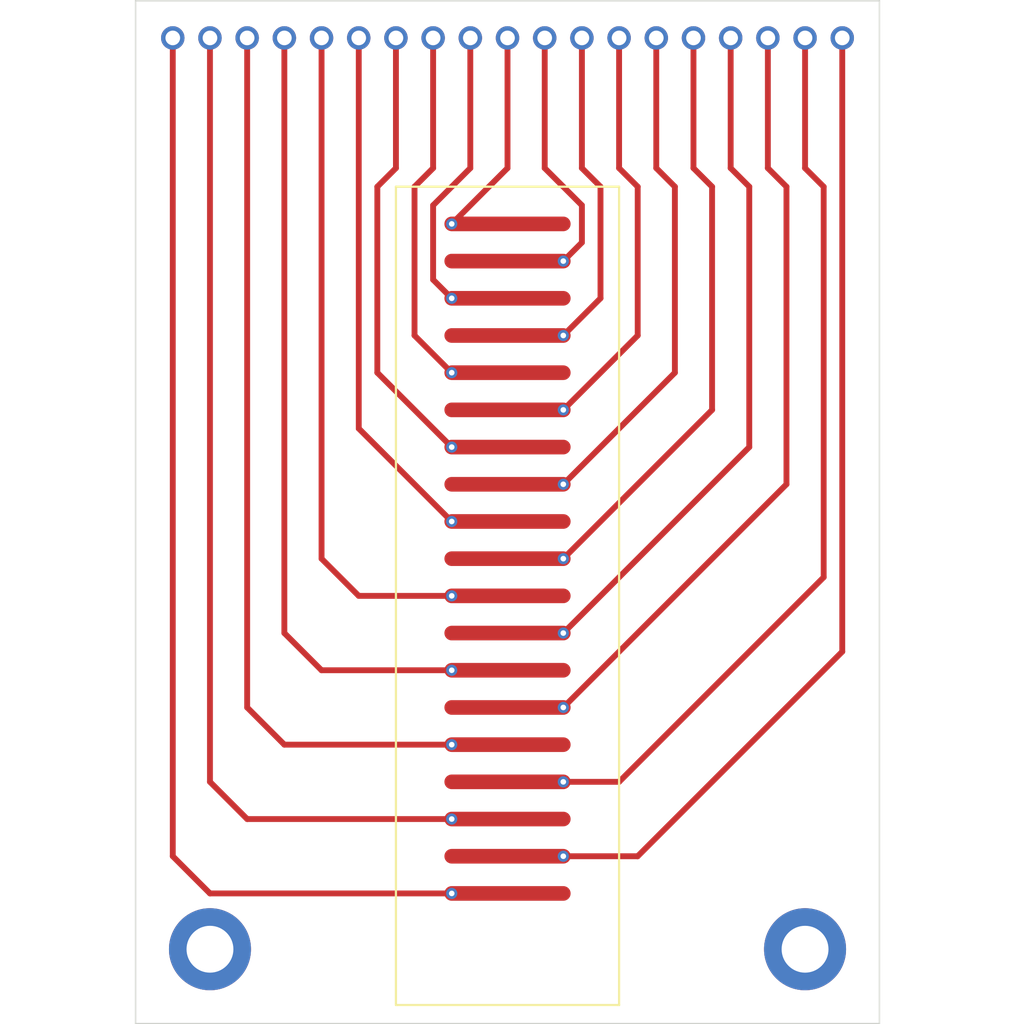
<source format=kicad_pcb>
(kicad_pcb (version 20211014) (generator pcbnew)
  (title_block (title "disposable_pcb_prototype") (rev "v01") (company "Johns Hopkins University - Design Team 8") (comment 1 "Author: Aidan Aug"))
  (layers (0 "F.Cu" signal) (31 "B.Cu" signal) (34 "B.Paste" user) (35 "F.Paste" user) (36 "B.SilkS" user "B.Silkscreen") (37 "F.SilkS" user "F.Silkscreen") (38 "B.Mask" user) (39 "F.Mask" user) (44 "Edge.Cuts" user))
  (net 0 "")
  (footprint "" (layer "F.Cu") (at 187.78 24.95)
    (fp_text reference "" (at 0 0) (layer "F.SilkS") (effects (font (size 1.27 1.27))))
    (fp_text value "" (at 0 0) (layer "F.SilkS") (effects (font (size 1.27 1.27))))
    (pad "" thru_hole oval (at 0 0 270) (size 1.6 1.6) (drill 1) (layers *.Cu *.Mask))
  )
  (footprint "" (layer "F.Cu") (at 200.48 24.95)
    (fp_text reference "" (at 0 0) (layer "F.SilkS") (effects (font (size 1.27 1.27))))
    (fp_text value "" (at 0 0) (layer "F.SilkS") (effects (font (size 1.27 1.27))))
    (pad "" thru_hole oval (at 0 0 270) (size 1.6 1.6) (drill 1) (layers *.Cu *.Mask))
  )
  (footprint "MountingHole:MountingHole_3.2mm_M3_DIN965_Pad" (layer "F.Cu") (at 215.72 87.18)
    (fp_text reference "REF**" hide)
    (fp_text value "MountingHole_3.2mm_M3_DIN965_Pad")
    (pad "1" thru_hole circle (at 0 0) (size 5.6 5.6) (drill 3.2) (layers *.Cu *.Mask))
  )
  (footprint "" (layer "F.Cu") (at 215.72 24.95)
    (fp_text reference "" (at 0 0) (layer "F.SilkS") (effects (font (size 1.27 1.27))))
    (fp_text value "" (at 0 0) (layer "F.SilkS") (effects (font (size 1.27 1.27))))
    (pad "" thru_hole oval (at 0 0 270) (size 1.6 1.6) (drill 1) (layers *.Cu *.Mask))
  )
  (footprint "" (layer "F.Cu") (at 208.1 24.95)
    (fp_text reference "" (at 0 0) (layer "F.SilkS") (effects (font (size 1.27 1.27))))
    (fp_text value "" (at 0 0) (layer "F.SilkS") (effects (font (size 1.27 1.27))))
    (pad "" thru_hole oval (at 0 0 270) (size 1.6 1.6) (drill 1) (layers *.Cu *.Mask))
  )
  (footprint "" (layer "F.Cu") (at 175.08 24.95)
    (fp_text reference "" (at 0 0) (layer "F.SilkS") (effects (font (size 1.27 1.27))))
    (fp_text value "" (at 0 0) (layer "F.SilkS") (effects (font (size 1.27 1.27))))
    (pad "" thru_hole oval (at 0 0 270) (size 1.6 1.6) (drill 1) (layers *.Cu *.Mask))
  )
  (footprint "" (layer "F.Cu") (at 190.32 24.95)
    (fp_text reference "" (at 0 0) (layer "F.SilkS") (effects (font (size 1.27 1.27))))
    (fp_text value "" (at 0 0) (layer "F.SilkS") (effects (font (size 1.27 1.27))))
    (pad "" thru_hole oval (at 0 0 270) (size 1.6 1.6) (drill 1) (layers *.Cu *.Mask))
  )
  (footprint "" (layer "F.Cu") (at 180.16 24.95)
    (fp_text reference "" (at 0 0) (layer "F.SilkS") (effects (font (size 1.27 1.27))))
    (fp_text value "" (at 0 0) (layer "F.SilkS") (effects (font (size 1.27 1.27))))
    (pad "" thru_hole oval (at 0 0 270) (size 1.6 1.6) (drill 1) (layers *.Cu *.Mask))
  )
  (footprint "" (layer "F.Cu") (at 213.18 24.95)
    (fp_text reference "" (at 0 0) (layer "F.SilkS") (effects (font (size 1.27 1.27))))
    (fp_text value "" (at 0 0) (layer "F.SilkS") (effects (font (size 1.27 1.27))))
    (pad "" thru_hole oval (at 0 0 270) (size 1.6 1.6) (drill 1) (layers *.Cu *.Mask))
  )
  (footprint "" (layer "F.Cu") (at 182.7 24.95)
    (fp_text reference "" (at 0 0) (layer "F.SilkS") (effects (font (size 1.27 1.27))))
    (fp_text value "" (at 0 0) (layer "F.SilkS") (effects (font (size 1.27 1.27))))
    (pad "" thru_hole oval (at 0 0 270) (size 1.6 1.6) (drill 1) (layers *.Cu *.Mask))
  )
  (footprint "" (layer "F.Cu") (at 172.54 24.95)
    (fp_text reference "" (at 0 0) (layer "F.SilkS") (effects (font (size 1.27 1.27))))
    (fp_text value "" (at 0 0) (layer "F.SilkS") (effects (font (size 1.27 1.27))))
    (pad "" thru_hole oval (at 0 0 270) (size 1.6 1.6) (drill 1) (layers *.Cu *.Mask))
  )
  (footprint "" (layer "F.Cu") (at 205.56 24.95)
    (fp_text reference "" (at 0 0) (layer "F.SilkS") (effects (font (size 1.27 1.27))))
    (fp_text value "" (at 0 0) (layer "F.SilkS") (effects (font (size 1.27 1.27))))
    (pad "" thru_hole oval (at 0 0 270) (size 1.6 1.6) (drill 1) (layers *.Cu *.Mask))
  )
  (footprint "" (layer "F.Cu") (at 218.26 24.95)
    (fp_text reference "" (at 0 0) (layer "F.SilkS") (effects (font (size 1.27 1.27))))
    (fp_text value "" (at 0 0) (layer "F.SilkS") (effects (font (size 1.27 1.27))))
    (pad "" thru_hole oval (at 0 0 270) (size 1.6 1.6) (drill 1) (layers *.Cu *.Mask))
  )
  (footprint "" (layer "F.Cu") (at 197.94 24.95)
    (fp_text reference "" (at 0 0) (layer "F.SilkS") (effects (font (size 1.27 1.27))))
    (fp_text value "" (at 0 0) (layer "F.SilkS") (effects (font (size 1.27 1.27))))
    (pad "" thru_hole oval (at 0 0 270) (size 1.6 1.6) (drill 1) (layers *.Cu *.Mask))
  )
  (footprint "" (layer "F.Cu") (at 210.64 24.95)
    (fp_text reference "" (at 0 0) (layer "F.SilkS") (effects (font (size 1.27 1.27))))
    (fp_text value "" (at 0 0) (layer "F.SilkS") (effects (font (size 1.27 1.27))))
    (pad "" thru_hole oval (at 0 0 270) (size 1.6 1.6) (drill 1) (layers *.Cu *.Mask))
  )
  (footprint "MountingHole:MountingHole_3.2mm_M3_DIN965_Pad" (layer "F.Cu") (at 175.08 87.18)
    (fp_text reference "REF**" hide)
    (fp_text value "MountingHole_3.2mm_M3_DIN965_Pad")
    (pad "1" thru_hole circle (at 0 0) (size 5.6 5.6) (drill 3.2) (layers *.Cu *.Mask))
  )
  (footprint "" (layer "F.Cu") (at 177.62 24.95)
    (fp_text reference "" (at 0 0) (layer "F.SilkS") (effects (font (size 1.27 1.27))))
    (fp_text value "" (at 0 0) (layer "F.SilkS") (effects (font (size 1.27 1.27))))
    (pad "" thru_hole oval (at 0 0 270) (size 1.6 1.6) (drill 1) (layers *.Cu *.Mask))
  )
  (footprint "" (layer "F.Cu") (at 192.86 24.95)
    (fp_text reference "" (at 0 0) (layer "F.SilkS") (effects (font (size 1.27 1.27))))
    (fp_text value "" (at 0 0) (layer "F.SilkS") (effects (font (size 1.27 1.27))))
    (pad "" thru_hole oval (at 0 0 270) (size 1.6 1.6) (drill 1) (layers *.Cu *.Mask))
  )
  (footprint "" (layer "F.Cu") (at 185.24 24.95)
    (fp_text reference "" (at 0 0) (layer "F.SilkS") (effects (font (size 1.27 1.27))))
    (fp_text value "" (at 0 0) (layer "F.SilkS") (effects (font (size 1.27 1.27))))
    (pad "" thru_hole oval (at 0 0 270) (size 1.6 1.6) (drill 1) (layers *.Cu *.Mask))
  )
  (footprint "" (layer "F.Cu") (at 203.02 24.95)
    (fp_text reference "" (at 0 0) (layer "F.SilkS") (effects (font (size 1.27 1.27))))
    (fp_text value "" (at 0 0) (layer "F.SilkS") (effects (font (size 1.27 1.27))))
    (pad "" thru_hole oval (at 0 0 270) (size 1.6 1.6) (drill 1) (layers *.Cu *.Mask))
  )
  (footprint "" (layer "F.Cu") (at 195.4 24.95)
    (fp_text reference "" (at 0 0) (layer "F.SilkS") (effects (font (size 1.27 1.27))))
    (fp_text value "" (at 0 0) (layer "F.SilkS") (effects (font (size 1.27 1.27))))
    (pad "" thru_hole oval (at 0 0 270) (size 1.6 1.6) (drill 1) (layers *.Cu *.Mask))
  )
  (gr_line (start 187.78 35.11) (end 203.02 35.11) (layer "F.SilkS") (width 0.15))
  (gr_line (start 203.02 35.11) (end 203.02 90.99) (layer "F.SilkS") (width 0.15))
  (gr_line (start 187.78 90.99) (end 187.78 35.11) (layer "F.SilkS") (width 0.15))
  (gr_line (start 203.02 90.99) (end 187.78 90.99) (layer "F.SilkS") (width 0.15))
  (gr_line (start 220.8 22.41) (end 170 22.41) (layer "Edge.Cuts") (width 0.1))
  (gr_line (start 220.8 92.26) (end 220.8 22.41) (layer "Edge.Cuts") (width 0.1))
  (gr_line (start 170 92.26) (end 220.8 92.26) (layer "Edge.Cuts") (width 0.1))
  (gr_line (start 170 22.41) (end 170 92.26) (layer "Edge.Cuts") (width 0.1))
  (segment (start 191.59 68.13) (end 199.21 68.13) (width 1) (layer "F.Cu") (net 0))
  (segment (start 192.86 33.84) (end 190.32 36.38) (width 0.4) (layer "F.Cu") (net 0))
  (segment (start 200.48 38.92) (end 199.21 40.19) (width 0.4) (layer "F.Cu") (net 0))
  (segment (start 191.59 63.05) (end 199.21 63.05) (width 1) (layer "F.Cu") (net 0))
  (segment (start 185.24 51.62) (end 191.59 57.97) (width 0.4) (layer "F.Cu") (net 0))
  (segment (start 208.1 24.95) (end 208.1 33.84) (width 0.4) (layer "F.Cu") (net 0))
  (segment (start 191.59 55.43) (end 199.21 55.43) (width 1) (layer "F.Cu") (net 0))
  (segment (start 201.75 35.11) (end 201.75 42.73) (width 0.4) (layer "F.Cu") (net 0))
  (segment (start 191.59 50.35) (end 199.21 50.35) (width 1) (layer "F.Cu") (net 0))
  (segment (start 172.54 80.83) (end 175.08 83.37) (width 0.4) (layer "F.Cu") (net 0))
  (segment (start 197.94 33.84) (end 200.48 36.38) (width 0.4) (layer "F.Cu") (net 0))
  (segment (start 191.59 42.73) (end 199.21 42.73) (width 1) (layer "F.Cu") (net 0))
  (segment (start 216.99 61.78) (end 203.02 75.75) (width 0.4) (layer "F.Cu") (net 0))
  (segment (start 201.75 42.73) (end 199.21 45.27) (width 0.4) (layer "F.Cu") (net 0))
  (segment (start 204.29 45.27) (end 199.21 50.35) (width 0.4) (layer "F.Cu") (net 0))
  (segment (start 191.59 45.27) (end 199.21 45.27) (width 1) (layer "F.Cu") (net 0))
  (segment (start 182.7 24.95) (end 182.7 60.51) (width 0.4) (layer "F.Cu") (net 0))
  (segment (start 182.7 68.13) (end 191.59 68.13) (width 0.4) (layer "F.Cu") (net 0))
  (segment (start 191.59 47.81) (end 199.21 47.81) (width 1) (layer "F.Cu") (net 0))
  (segment (start 175.08 24.95) (end 175.08 75.75) (width 0.4) (layer "F.Cu") (net 0))
  (segment (start 204.29 80.83) (end 199.21 80.83) (width 0.4) (layer "F.Cu") (net 0))
  (segment (start 211.91 52.89) (end 199.21 65.59) (width 0.4) (layer "F.Cu") (net 0))
  (segment (start 190.32 24.95) (end 190.32 33.84) (width 0.4) (layer "F.Cu") (net 0))
  (segment (start 180.16 73.21) (end 191.59 73.21) (width 0.4) (layer "F.Cu") (net 0))
  (segment (start 218.26 24.95) (end 218.26 66.86) (width 0.4) (layer "F.Cu") (net 0))
  (segment (start 172.54 24.95) (end 172.54 80.83) (width 0.4) (layer "F.Cu") (net 0))
  (segment (start 190.32 41.46) (end 191.59 42.73) (width 0.4) (layer "F.Cu") (net 0))
  (segment (start 186.51 47.81) (end 191.59 52.89) (width 0.4) (layer "F.Cu") (net 0))
  (segment (start 191.59 40.19) (end 199.21 40.19) (width 1) (layer "F.Cu") (net 0))
  (segment (start 191.59 65.59) (end 199.21 65.59) (width 1) (layer "F.Cu") (net 0))
  (segment (start 192.86 24.95) (end 192.86 33.84) (width 0.4) (layer "F.Cu") (net 0))
  (segment (start 177.62 70.67) (end 180.16 73.21) (width 0.4) (layer "F.Cu") (net 0))
  (segment (start 209.37 35.11) (end 209.37 50.35) (width 0.4) (layer "F.Cu") (net 0))
  (segment (start 206.83 35.11) (end 206.83 47.81) (width 0.4) (layer "F.Cu") (net 0))
  (segment (start 191.59 52.89) (end 199.21 52.89) (width 1) (layer "F.Cu") (net 0))
  (segment (start 180.16 24.95) (end 180.16 65.59) (width 0.4) (layer "F.Cu") (net 0))
  (segment (start 203.02 24.95) (end 203.02 33.84) (width 0.4) (layer "F.Cu") (net 0))
  (segment (start 214.45 35.11) (end 214.45 55.43) (width 0.4) (layer "F.Cu") (net 0))
  (segment (start 191.59 78.29) (end 199.21 78.29) (width 1) (layer "F.Cu") (net 0))
  (segment (start 211.91 35.11) (end 211.91 52.89) (width 0.4) (layer "F.Cu") (net 0))
  (segment (start 191.59 57.97) (end 199.21 57.97) (width 1) (layer "F.Cu") (net 0))
  (segment (start 187.78 24.95) (end 187.78 33.84) (width 0.4) (layer "F.Cu") (net 0))
  (segment (start 205.56 33.84) (end 206.83 35.11) (width 0.4) (layer "F.Cu") (net 0))
  (segment (start 191.59 80.83) (end 199.21 80.83) (width 1) (layer "F.Cu") (net 0))
  (segment (start 209.37 50.35) (end 199.21 60.51) (width 0.4) (layer "F.Cu") (net 0))
  (segment (start 191.59 73.21) (end 199.21 73.21) (width 1) (layer "F.Cu") (net 0))
  (segment (start 177.62 24.95) (end 177.62 70.67) (width 0.4) (layer "F.Cu") (net 0))
  (segment (start 204.29 35.11) (end 204.29 45.27) (width 0.4) (layer "F.Cu") (net 0))
  (segment (start 191.59 83.37) (end 199.21 83.37) (width 1) (layer "F.Cu") (net 0))
  (segment (start 213.18 24.95) (end 213.18 33.84) (width 0.4) (layer "F.Cu") (net 0))
  (segment (start 189.05 35.11) (end 189.05 45.27) (width 0.4) (layer "F.Cu") (net 0))
  (segment (start 190.32 36.38) (end 190.32 41.46) (width 0.4) (layer "F.Cu") (net 0))
  (segment (start 195.4 33.84) (end 191.59 37.65) (width 0.4) (layer "F.Cu") (net 0))
  (segment (start 191.59 75.75) (end 199.21 75.75) (width 1) (layer "F.Cu") (net 0))
  (segment (start 175.08 75.75) (end 177.62 78.29) (width 0.4) (layer "F.Cu") (net 0))
  (segment (start 187.78 33.84) (end 186.51 35.11) (width 0.4) (layer "F.Cu") (net 0))
  (segment (start 180.16 65.59) (end 182.7 68.13) (width 0.4) (layer "F.Cu") (net 0))
  (segment (start 213.18 33.84) (end 214.45 35.11) (width 0.4) (layer "F.Cu") (net 0))
  (segment (start 200.48 24.95) (end 200.48 33.84) (width 0.4) (layer "F.Cu") (net 0))
  (segment (start 210.64 33.84) (end 211.91 35.11) (width 0.4) (layer "F.Cu") (net 0))
  (segment (start 205.56 24.95) (end 205.56 33.84) (width 0.4) (layer "F.Cu") (net 0))
  (segment (start 215.72 24.95) (end 215.72 33.84) (width 0.4) (layer "F.Cu") (net 0))
  (segment (start 214.45 55.43) (end 199.21 70.67) (width 0.4) (layer "F.Cu") (net 0))
  (segment (start 195.4 24.95) (end 195.4 33.84) (width 0.4) (layer "F.Cu") (net 0))
  (segment (start 182.7 60.51) (end 185.24 63.05) (width 0.4) (layer "F.Cu") (net 0))
  (segment (start 208.1 33.84) (end 209.37 35.11) (width 0.4) (layer "F.Cu") (net 0))
  (segment (start 203.02 33.84) (end 204.29 35.11) (width 0.4) (layer "F.Cu") (net 0))
  (segment (start 200.48 36.38) (end 200.48 38.92) (width 0.4) (layer "F.Cu") (net 0))
  (segment (start 185.24 63.05) (end 191.59 63.05) (width 0.4) (layer "F.Cu") (net 0))
  (segment (start 218.26 66.86) (end 204.29 80.83) (width 0.4) (layer "F.Cu") (net 0))
  (segment (start 185.24 24.95) (end 185.24 51.62) (width 0.4) (layer "F.Cu") (net 0))
  (segment (start 216.99 35.11) (end 216.99 61.78) (width 0.4) (layer "F.Cu") (net 0))
  (segment (start 191.59 37.65) (end 199.21 37.65) (width 1) (layer "F.Cu") (net 0))
  (segment (start 190.32 33.84) (end 189.05 35.11) (width 0.4) (layer "F.Cu") (net 0))
  (segment (start 189.05 45.27) (end 191.59 47.81) (width 0.4) (layer "F.Cu") (net 0))
  (segment (start 191.59 60.51) (end 199.21 60.51) (width 1) (layer "F.Cu") (net 0))
  (segment (start 206.83 47.81) (end 199.21 55.43) (width 0.4) (layer "F.Cu") (net 0))
  (segment (start 177.62 78.29) (end 191.59 78.29) (width 0.4) (layer "F.Cu") (net 0))
  (segment (start 175.08 83.37) (end 191.59 83.37) (width 0.4) (layer "F.Cu") (net 0))
  (segment (start 200.48 33.84) (end 201.75 35.11) (width 0.4) (layer "F.Cu") (net 0))
  (segment (start 215.72 33.84) (end 216.99 35.11) (width 0.4) (layer "F.Cu") (net 0))
  (segment (start 203.02 75.75) (end 199.21 75.75) (width 0.4) (layer "F.Cu") (net 0))
  (segment (start 210.64 24.95) (end 210.64 33.84) (width 0.4) (layer "F.Cu") (net 0))
  (segment (start 191.59 70.67) (end 199.21 70.67) (width 1) (layer "F.Cu") (net 0))
  (segment (start 197.94 24.95) (end 197.94 33.84) (width 0.4) (layer "F.Cu") (net 0))
  (segment (start 186.51 35.11) (end 186.51 47.81) (width 0.4) (layer "F.Cu") (net 0))
  (via (at 199.21 60.51) (size 0.762) (drill 0.381) (layers "F.Cu" "B.Cu") (net 0))
  (via (at 199.21 75.75) (size 0.762) (drill 0.381) (layers "F.Cu" "B.Cu") (net 0))
  (via (at 199.21 55.43) (size 0.762) (drill 0.381) (layers "F.Cu" "B.Cu") (net 0))
  (via (at 191.59 83.37) (size 0.762) (drill 0.381) (layers "F.Cu" "B.Cu") (net 0))
  (via (at 191.59 37.65) (size 0.762) (drill 0.381) (layers "F.Cu" "B.Cu") (net 0))
  (via (at 191.59 63.05) (size 0.762) (drill 0.381) (layers "F.Cu" "B.Cu") (net 0))
  (via (at 191.59 52.89) (size 0.762) (drill 0.381) (layers "F.Cu" "B.Cu") (net 0))
  (via (at 191.59 47.81) (size 0.762) (drill 0.381) (layers "F.Cu" "B.Cu") (net 0))
  (via (at 199.21 50.35) (size 0.762) (drill 0.381) (layers "F.Cu" "B.Cu") (net 0))
  (via (at 199.21 40.19) (size 0.762) (drill 0.381) (layers "F.Cu" "B.Cu") (net 0))
  (via (at 191.59 78.29) (size 0.762) (drill 0.381) (layers "F.Cu" "B.Cu") (net 0))
  (via (at 191.59 73.21) (size 0.762) (drill 0.381) (layers "F.Cu" "B.Cu") (net 0))
  (via (at 199.21 65.59) (size 0.762) (drill 0.381) (layers "F.Cu" "B.Cu") (net 0))
  (via (at 191.59 57.97) (size 0.762) (drill 0.381) (layers "F.Cu" "B.Cu") (net 0))
  (via (at 191.59 42.73) (size 0.762) (drill 0.381) (layers "F.Cu" "B.Cu") (net 0))
  (via (at 199.21 70.67) (size 0.762) (drill 0.381) (layers "F.Cu" "B.Cu") (net 0))
  (via (at 191.59 68.13) (size 0.762) (drill 0.381) (layers "F.Cu" "B.Cu") (net 0))
  (via (at 199.21 45.27) (size 0.762) (drill 0.381) (layers "F.Cu" "B.Cu") (net 0))
  (via (at 199.21 80.83) (size 0.762) (drill 0.381) (layers "F.Cu" "B.Cu") (net 0))
)
</source>
